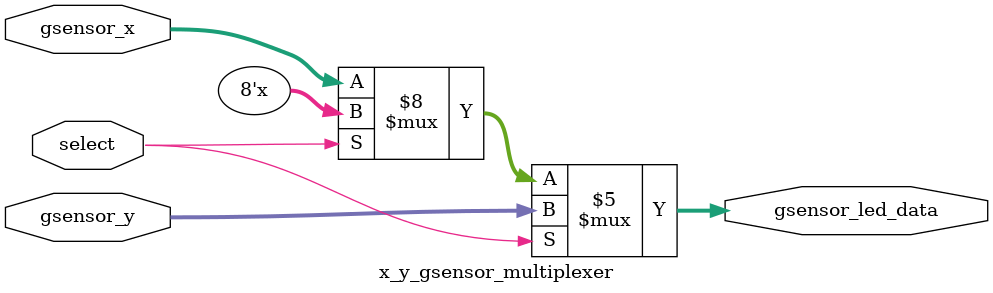
<source format=v>

module x_y_gsensor_multiplexer(
	input [7:0] gsensor_x, gsensor_y,
	input select,
	output reg [7:0] gsensor_led_data
	);
	
	always@(select)
	begin
		if(select == 1'b0)
		begin
			gsensor_led_data = gsensor_x;
		end
		if(select == 1'b1)
		begin
			gsensor_led_data = gsensor_y;
		end
	end
	
endmodule



</source>
